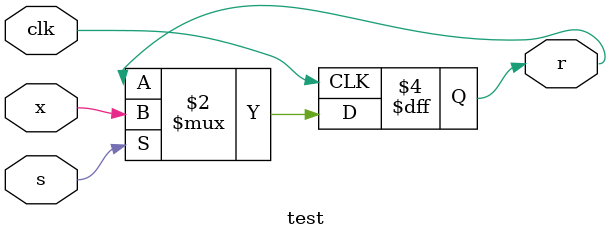
<source format=v>
module test
(
  input x,
  input s,
  input clk,
  output reg r
);
  always @(posedge clk)
  if(s) r <= x ;


endmodule

</source>
